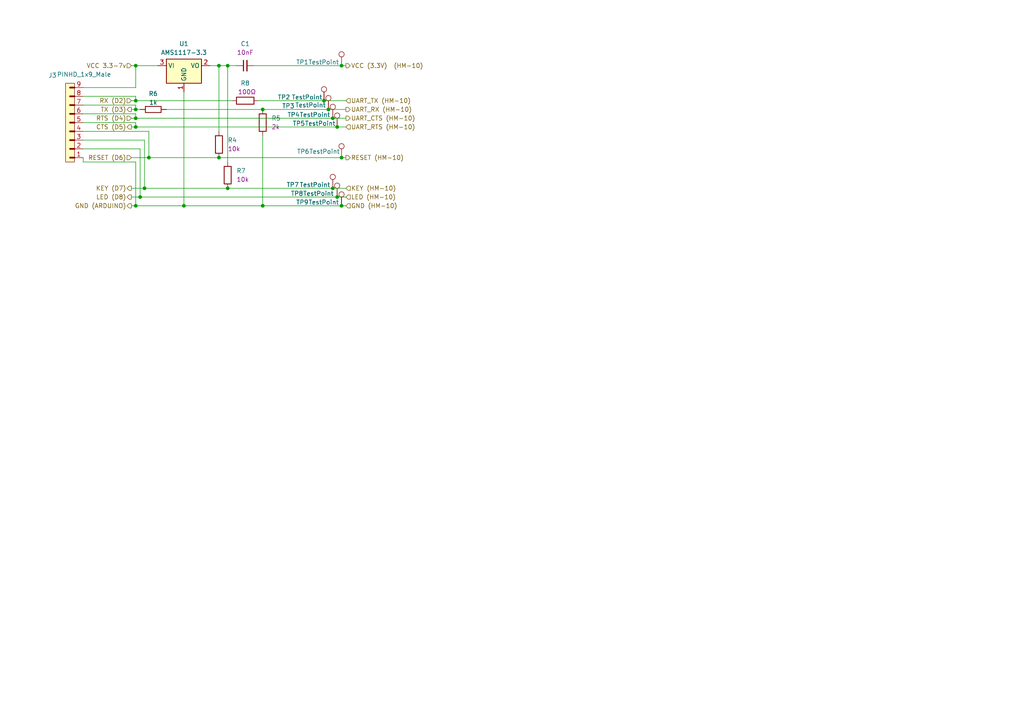
<source format=kicad_sch>
(kicad_sch (version 20250114) (generator "eeschema") (generator_version "9.0")
  (paper "A4")
  (lib_symbols
    (symbol "Connector:TestPoint" (pin_numbers (hide yes)) (pin_names (offset 0.762) (hide yes))
      (property "Reference" "TP" (at 0 6.858 0))
      (property "Value" "TestPoint" (at 0 5.08 0))
      (symbol "TestPoint_0_1"
        (circle (center 0 3.302) (radius 0.762))
      )
      (symbol "TestPoint_1_1"
        (pin passive line (at 0 0 90) (length 2.54) (name "1") (number "1"))
      )
    )
    (symbol "PCM_4ms_Capacitor:10nF_0603_25V" (pin_numbers (hide yes)) (pin_names (offset 0.254) (hide yes))
      (property "Reference" "C" (at 1.905 1.27 0))
      (property "Display" "10nF" (at 1.905 -1.27 0))
      (symbol "10nF_0603_25V_0_1"
        (polyline (pts (xy -1.524 0.508) (xy 1.524 0.508)) (stroke (width 0.3048)))
        (polyline (pts (xy -1.524 -0.508) (xy 1.524 -0.508)) (stroke (width 0.3302)))
      )
      (symbol "10nF_0603_25V_1_1"
        (pin passive line (at 0 2.54 270) (length 2.032) (name "~") (number "1"))
        (pin passive line (at 0 -2.54 90) (length 2.032) (name "~") (number "2"))
      )
    )
    (symbol "PCM_4ms_Resistor:100_0603" (pin_numbers (hide yes)) (pin_names (offset 0))
      (property "Reference" "R" (at 2.032 0 90))
      (property "Display" "100Ω" (at 3.81 0 90))
      (symbol "100_0603_0_1"
        (rectangle (start -1.016 -2.54) (end 1.016 2.54) (stroke (width 0.254)))
      )
      (symbol "100_0603_1_1"
        (pin passive line (at 0 3.81 270) (length 1.27) (name "~") (number "1"))
        (pin passive line (at 0 -3.81 90) (length 1.27) (name "~") (number "2"))
      )
    )
    (symbol "PCM_4ms_Resistor:10k_0402" (pin_numbers (hide yes)) (pin_names (offset 0))
      (property "Reference" "R" (at 2.032 0 90))
      (property "Display" "10k" (at 3.81 0 90))
      (symbol "10k_0402_0_1"
        (rectangle (start -1.016 -2.54) (end 1.016 2.54) (stroke (width 0.254)))
      )
      (symbol "10k_0402_1_1"
        (pin passive line (at 0 3.81 270) (length 1.27) (name "~") (number "1"))
        (pin passive line (at 0 -3.81 90) (length 1.27) (name "~") (number "2"))
      )
    )
    (symbol "PCM_4ms_Resistor:2k_0603" (pin_numbers (hide yes)) (pin_names (offset 0))
      (property "Reference" "R" (at 2.032 0 90))
      (property "Display" "2k" (at 3.81 0 90))
      (symbol "2k_0603_0_1"
        (rectangle (start -1.016 -2.54) (end 1.016 2.54) (stroke (width 0.254)))
      )
      (symbol "2k_0603_1_1"
        (pin passive line (at 0 3.81 270) (length 1.27) (name "~") (number "1"))
        (pin passive line (at 0 -3.81 90) (length 1.27) (name "~") (number "2"))
      )
    )
    (symbol "PCM_SL_Pin_Headers:PINHD_1x9_Male"
      (property "Reference" "J" (at 0 15.24 0))
      (property "Value" "PINHD_1x9_Male" (at 0 12.7 0))
      (symbol "PINHD_1x9_Male_0_1"
        (rectangle (start -1.27 11.43) (end 1.27 -11.43) (fill (type background)))
        (polyline (pts (xy -1.27 10.16) (xy 0 10.16)) (stroke (width 0.3)))
        (polyline (pts (xy -1.27 10.16) (xy 0 10.16)) (stroke (width 0.5)))
        (polyline (pts (xy -1.27 7.62) (xy 0 7.62)) (stroke (width 0.3)))
        (polyline (pts (xy -1.27 7.62) (xy 0 7.62)) (stroke (width 0.5)))
        (polyline (pts (xy -1.27 5.08) (xy 0 5.08)) (stroke (width 0.3)))
        (polyline (pts (xy -1.27 5.08) (xy 0 5.08)) (stroke (width 0.5)))
        (polyline (pts (xy -1.27 2.54) (xy 0 2.54)) (stroke (width 0.3)))
        (polyline (pts (xy -1.27 2.54) (xy 0 2.54)) (stroke (width 0.5)))
        (polyline (pts (xy -1.27 0) (xy 0 0)) (stroke (width 0.3)))
        (polyline (pts (xy -1.27 0) (xy 0 0)) (stroke (width 0.5)))
        (polyline (pts (xy -1.27 -2.54) (xy 0 -2.54)) (stroke (width 0.3)))
        (polyline (pts (xy -1.27 -2.54) (xy 0 -2.54)) (stroke (width 0.5)))
        (polyline (pts (xy -1.27 -5.08) (xy 0 -5.08)) (stroke (width 0.3)))
        (polyline (pts (xy -1.27 -5.08) (xy 0 -5.08)) (stroke (width 0.5)))
        (polyline (pts (xy -1.27 -7.62) (xy 0 -7.62)) (stroke (width 0.3)))
        (polyline (pts (xy -1.27 -7.62) (xy 0 -7.62)) (stroke (width 0.5)))
        (polyline (pts (xy -1.27 -10.16) (xy 0 -10.16)) (stroke (width 0.3)))
        (polyline (pts (xy -1.27 -10.16) (xy 0 -10.16)) (stroke (width 0.5)))
      )
      (symbol "PINHD_1x9_Male_1_1"
        (pin passive line (at -3.81 10.16 0) (length 2.54) (name "") (number "1"))
        (pin passive line (at -3.81 7.62 0) (length 2.54) (name "") (number "2"))
        (pin passive line (at -3.81 5.08 0) (length 2.54) (name "") (number "3"))
        (pin passive line (at -3.81 2.54 0) (length 2.54) (name "") (number "4"))
        (pin passive line (at -3.81 0 0) (length 2.54) (name "") (number "5"))
        (pin passive line (at -3.81 -2.54 0) (length 2.54) (name "") (number "6"))
        (pin passive line (at -3.81 -5.08 0) (length 2.54) (name "") (number "7"))
        (pin passive line (at -3.81 -7.62 0) (length 2.54) (name "") (number "8"))
        (pin passive line (at -3.81 -10.16 0) (length 2.54) (name "") (number "9"))
      )
    )
    (symbol "PCM_SL_Resistors:1k"
      (property "Reference" "R" (at 0 5.08 0))
      (property "Value" "1k" (at 0 2.54 0))
      (symbol "1k_0_1"
        (rectangle (start -2.286 0.889) (end 2.286 -0.889) (stroke (width 0.24)))
      )
      (symbol "1k_1_1"
        (pin passive line (at -3.81 0 0) (length 1.5) (name "") (number "1"))
        (pin passive line (at 3.81 0 180) (length 1.5) (name "~") (number "2"))
      )
    )
    (symbol "Regulator_Linear:AMS1117-3.3"
      (property "Reference" "U" (at -3.81 3.175 0))
      (property "Value" "AMS1117-3.3" (at 0 3.175 0))
      (symbol "AMS1117-3.3_0_1"
        (rectangle (start -5.08 -5.08) (end 5.08 1.905) (stroke (width 0.254)) (fill (type background)))
      )
      (symbol "AMS1117-3.3_1_1"
        (pin power_in line (at -7.62 0 0) (length 2.54) (name "VI") (number "3"))
        (pin power_in line (at 0 -7.62 90) (length 2.54) (name "GND") (number "1"))
        (pin power_out line (at 7.62 0 180) (length 2.54) (name "VO") (number "2"))
      )
    )
  )
  (junction (at 63.5 45.72))
  (junction (at 99.06 59.69))
  (junction (at 97.79 36.83))
  (junction (at 95.25 31.75))
  (junction (at 99.06 19.05))
  (junction (at 39.37 34.29))
  (junction (at 93.98 29.21))
  (junction (at 96.52 54.61))
  (junction (at 97.79 57.15))
  (junction (at 99.06 45.72))
  (junction (at 43.18 45.72))
  (junction (at 39.37 31.75))
  (junction (at 39.37 36.83))
  (junction (at 39.37 59.69))
  (junction (at 96.52 34.29))
  (junction (at 76.2 59.69))
  (junction (at 39.37 19.05))
  (junction (at 76.2 31.75))
  (junction (at 53.34 59.69))
  (junction (at 66.04 54.61))
  (junction (at 66.04 19.05))
  (junction (at 40.64 57.15))
  (junction (at 41.91 54.61))
  (junction (at 63.5 19.05))
  (junction (at 39.37 29.21))
  (wire (pts (xy 74.93 29.21) (xy 93.98 29.21)))
  (wire (pts (xy 97.79 36.83) (xy 100.33 36.83)))
  (wire (pts (xy 100.33 45.72) (xy 99.06 45.72)))
  (wire (pts (xy 38.1 29.21) (xy 39.37 29.21)))
  (wire (pts (xy 39.37 29.21) (xy 67.31 29.21)))
  (wire (pts (xy 96.52 34.29) (xy 100.33 34.29)))
  (wire (pts (xy 38.1 34.29) (xy 39.37 34.29)))
  (wire (pts (xy 24.13 45.72) (xy 24.13 46.99)))
  (wire (pts (xy 39.37 46.99) (xy 39.37 59.69)))
  (wire (pts (xy 38.1 31.75) (xy 39.37 31.75)))
  (wire (pts (xy 24.13 33.02) (xy 39.37 33.02)))
  (wire (pts (xy 39.37 19.05) (xy 45.72 19.05)))
  (wire (pts (xy 24.13 27.94) (xy 39.37 27.94)))
  (wire (pts (xy 39.37 27.94) (xy 39.37 29.21)))
  (wire (pts (xy 63.5 19.05) (xy 63.5 38.1)))
  (wire (pts (xy 39.37 30.48) (xy 39.37 31.75)))
  (wire (pts (xy 63.5 45.72) (xy 43.18 45.72)))
  (wire (pts (xy 38.1 45.72) (xy 43.18 45.72)))
  (wire (pts (xy 43.18 38.1) (xy 43.18 45.72)))
  (wire (pts (xy 40.64 43.18) (xy 40.64 57.15)))
  (wire (pts (xy 66.04 54.61) (xy 96.52 54.61)))
  (wire (pts (xy 24.13 43.18) (xy 40.64 43.18)))
  (wire (pts (xy 38.1 36.83) (xy 39.37 36.83)))
  (wire (pts (xy 38.1 57.15) (xy 40.64 57.15)))
  (wire (pts (xy 76.2 39.37) (xy 76.2 59.69)))
  (wire (pts (xy 38.1 54.61) (xy 41.91 54.61)))
  (wire (pts (xy 66.04 19.05) (xy 66.04 46.99)))
  (wire (pts (xy 48.26 31.75) (xy 76.2 31.75)))
  (wire (pts (xy 39.37 35.56) (xy 39.37 36.83)))
  (wire (pts (xy 24.13 38.1) (xy 43.18 38.1)))
  (wire (pts (xy 95.25 31.75) (xy 100.33 31.75)))
  (wire (pts (xy 40.64 57.15) (xy 97.79 57.15)))
  (wire (pts (xy 24.13 30.48) (xy 39.37 30.48)))
  (wire (pts (xy 66.04 19.05) (xy 68.58 19.05)))
  (wire (pts (xy 24.13 40.64) (xy 41.91 40.64)))
  (wire (pts (xy 76.2 59.69) (xy 99.06 59.69)))
  (wire (pts (xy 93.98 29.21) (xy 100.33 29.21)))
  (wire (pts (xy 41.91 54.61) (xy 66.04 54.61)))
  (wire (pts (xy 73.66 19.05) (xy 99.06 19.05)))
  (wire (pts (xy 63.5 19.05) (xy 66.04 19.05)))
  (wire (pts (xy 99.06 59.69) (xy 100.33 59.69)))
  (wire (pts (xy 53.34 26.67) (xy 53.34 59.69)))
  (wire (pts (xy 60.96 19.05) (xy 63.5 19.05)))
  (wire (pts (xy 76.2 31.75) (xy 95.25 31.75)))
  (wire (pts (xy 39.37 19.05) (xy 39.37 25.4)))
  (wire (pts (xy 39.37 34.29) (xy 96.52 34.29)))
  (wire (pts (xy 97.79 57.15) (xy 100.33 57.15)))
  (wire (pts (xy 39.37 59.69) (xy 53.34 59.69)))
  (wire (pts (xy 39.37 31.75) (xy 40.64 31.75)))
  (wire (pts (xy 38.1 59.69) (xy 39.37 59.69)))
  (wire (pts (xy 24.13 46.99) (xy 39.37 46.99)))
  (wire (pts (xy 24.13 25.4) (xy 39.37 25.4)))
  (wire (pts (xy 99.06 19.05) (xy 100.33 19.05)))
  (wire (pts (xy 63.5 45.72) (xy 99.06 45.72)))
  (wire (pts (xy 96.52 54.61) (xy 100.33 54.61)))
  (wire (pts (xy 38.1 19.05) (xy 39.37 19.05)))
  (wire (pts (xy 53.34 59.69) (xy 76.2 59.69)))
  (wire (pts (xy 41.91 40.64) (xy 41.91 54.61)))
  (wire (pts (xy 39.37 33.02) (xy 39.37 34.29)))
  (wire (pts (xy 24.13 35.56) (xy 39.37 35.56)))
  (wire (pts (xy 39.37 36.83) (xy 97.79 36.83)))
  (hierarchical_label "GND (HM-10)" (shape input) (at 100.33 59.69 0))
  (hierarchical_label "UART_RX (HM-10)" (shape output) (at 100.33 31.75 0))
  (hierarchical_label "RX (D2)" (shape input) (at 38.1 29.21 180))
  (hierarchical_label "LED (HM-10)" (shape input) (at 100.33 57.15 0))
  (hierarchical_label "VCC (3.3V)  (HM-10)" (shape output) (at 100.33 19.05 0))
  (hierarchical_label "KEY (HM-10)" (shape input) (at 100.33 54.61 0))
  (hierarchical_label "RESET (HM-10)" (shape output) (at 100.33 45.72 0))
  (hierarchical_label "UART_CTS (HM-10)" (shape output) (at 100.33 34.29 0))
  (hierarchical_label "GND (ARDUINO)" (shape output) (at 38.1 59.69 180))
  (hierarchical_label "LED (D8)" (shape output) (at 38.1 57.15 180))
  (hierarchical_label "KEY (D7)" (shape output) (at 38.1 54.61 180))
  (hierarchical_label "TX (D3)" (shape output) (at 38.1 31.75 180))
  (hierarchical_label "RESET (D6)" (shape input) (at 38.1 45.72 180))
  (hierarchical_label "RTS (D4)" (shape input) (at 38.1 34.29 180))
  (hierarchical_label "UART_RTS (HM-10)" (shape input) (at 100.33 36.83 0))
  (hierarchical_label "CTS (D5)" (shape output) (at 38.1 36.83 180))
  (hierarchical_label "VCC 3.3-7v" (shape input) (at 38.1 19.05 180))
  (hierarchical_label "UART_TX (HM-10)" (shape input) (at 100.33 29.21 0))
  (symbol (lib_id "PCM_4ms_Resistor:100_0603") (at 71.12 29.21 90) (unit 1)
    (property "Reference" "R8" (at 71.12 24.13 90))
    (property "Value" "100_0603" (effects (hide yes)))
    (property "Footprint" "Misc:R_0201_0603Metric_Pad0.64x0.40mm_HandSolder" (effects (hide yes)))
    (property "Description" "100Ω, 1%, 1/10W, 0603" (effects (hide yes)))
    (property "Specifications" "100Ω, 1%, 1/10W, 0603" (effects (hide yes)))
    (property "Manufacturer" "Yageo" (effects (hide yes)))
    (property "Part Number" "RC0603FR-07100RL" (effects (hide yes)))
    (property "Display" "100Ω" (at 71.628 26.67 90))
    (property "JLCPCB ID" "C22775" (effects (hide yes)))
  )
  (symbol (lib_id "PCM_4ms_Resistor:10k_0402") (at 63.5 41.91 180) (unit 1)
    (property "Reference" "R4" (at 66.04 40.6399 0) (effects (justify right)))
    (property "Value" "10k_0402" (effects (hide yes)))
    (property "Footprint" "Resistor_SMD:R_0402_1005Metric" (effects (hide yes)))
    (property "Description" "10k, 1%, 1/16W, 0603" (effects (hide yes)))
    (property "Specifications" "10k, 1%, 1/10W, 0402" (effects (hide yes)))
    (property "Manufacturer" "Yageo" (effects (hide yes)))
    (property "Part Number" "RT0402FRE0710KL" (effects (hide yes)))
    (property "Display" "10k" (at 66.04 43.1799 0) (effects (justify right)))
    (property "Manufacturer 2" "Yageo" (effects (hide yes)))
    (property "Part Number 2" "RT0402DRE0710KL" (effects (hide yes)))
  )
  (symbol (lib_id "Connector:TestPoint") (at 99.06 59.69 0) (unit 1)
    (property "Reference" "TP9" (at 85.852 58.674 0) (effects (justify left)))
    (property "Value" "TestPoint" (at 89.408 58.674 0) (effects (justify left)))
    (property "Footprint" "Misc:TestPoint_Pad_D1.0mm" (effects (hide yes)))
    (property "Description" "test point" (effects (hide yes)))
  )
  (symbol (lib_id "PCM_4ms_Resistor:10k_0402") (at 66.04 50.8 180) (unit 1)
    (property "Reference" "R7" (at 68.58 49.5299 0) (effects (justify right)))
    (property "Value" "10k_0402" (effects (hide yes)))
    (property "Footprint" "Resistor_SMD:R_0402_1005Metric" (effects (hide yes)))
    (property "Description" "10k, 1%, 1/16W, 0603" (effects (hide yes)))
    (property "Specifications" "10k, 1%, 1/10W, 0402" (effects (hide yes)))
    (property "Manufacturer" "Yageo" (effects (hide yes)))
    (property "Part Number" "RT0402FRE0710KL" (effects (hide yes)))
    (property "Display" "10k" (at 68.58 52.0699 0) (effects (justify right)))
    (property "Manufacturer 2" "Yageo" (effects (hide yes)))
    (property "Part Number 2" "RT0402DRE0710KL" (effects (hide yes)))
  )
  (symbol (lib_id "Connector:TestPoint") (at 99.06 19.05 0) (unit 1)
    (property "Reference" "TP1" (at 85.852 18.034 0) (effects (justify left)))
    (property "Value" "TestPoint" (at 89.408 18.034 0) (effects (justify left)))
    (property "Footprint" "Misc:TestPoint_Pad_D1.0mm" (effects (hide yes)))
    (property "Description" "test point" (effects (hide yes)))
  )
  (symbol (lib_id "PCM_SL_Pin_Headers:PINHD_1x9_Male") (at 20.32 35.56 180) (unit 1)
    (property "Reference" "J3" (at 15.24 21.844 0))
    (property "Value" "PINHD_1x9_Male" (at 24.384 21.59 0))
    (property "Footprint" "Connector_PinHeader_2.54mm:PinHeader_1x09_P2.54mm_Vertical" (effects (hide yes)))
    (property "Description" "Pin Header male with pin space 2.54mm. Pin Count -9" (effects (hide yes)))
  )
  (symbol (lib_id "Connector:TestPoint") (at 97.79 36.83 0) (unit 1)
    (property "Reference" "TP5" (at 84.836 35.814 0) (effects (justify left)))
    (property "Value" "TestPoint" (at 88.392 35.814 0) (effects (justify left)))
    (property "Footprint" "Misc:TestPoint_Pad_D1.0mm" (effects (hide yes)))
    (property "Description" "test point" (effects (hide yes)))
  )
  (symbol (lib_id "Connector:TestPoint") (at 93.98 29.21 0) (unit 1)
    (property "Reference" "TP2" (at 80.518 28.194 0) (effects (justify left)))
    (property "Value" "TestPoint" (at 84.582 28.194 0) (effects (justify left)))
    (property "Footprint" "Misc:TestPoint_Pad_D1.0mm" (effects (hide yes)))
    (property "Description" "test point" (effects (hide yes)))
  )
  (symbol (lib_id "Connector:TestPoint") (at 95.25 31.75 0) (unit 1)
    (property "Reference" "TP3" (at 81.788 30.734 0) (effects (justify left)))
    (property "Value" "TestPoint" (at 85.598 30.48 0) (effects (justify left)))
    (property "Footprint" "Misc:TestPoint_Pad_D1.0mm" (effects (hide yes)))
    (property "Description" "test point" (effects (hide yes)))
  )
  (symbol (lib_id "Connector:TestPoint") (at 99.06 45.72 0) (unit 1)
    (property "Reference" "TP6" (at 86.106 43.942 0) (effects (justify left)))
    (property "Value" "TestPoint" (at 89.662 43.942 0) (effects (justify left)))
    (property "Footprint" "Misc:TestPoint_Pad_D1.0mm" (effects (hide yes)))
    (property "Description" "test point" (effects (hide yes)))
  )
  (symbol (lib_id "Connector:TestPoint") (at 96.52 34.29 0) (unit 1)
    (property "Reference" "TP4" (at 83.312 33.274 0) (effects (justify left)))
    (property "Value" "TestPoint" (at 86.868 33.274 0) (effects (justify left)))
    (property "Footprint" "Misc:TestPoint_Pad_D1.0mm" (effects (hide yes)))
    (property "Description" "test point" (effects (hide yes)))
  )
  (symbol (lib_id "PCM_4ms_Resistor:2k_0603") (at 76.2 35.56 0) (unit 1)
    (property "Reference" "R5" (at 78.74 34.2899 0) (effects (justify left)))
    (property "Value" "2k_0603" (effects (hide yes)))
    (property "Footprint" "Misc:R_0201_0603Metric_Pad0.64x0.40mm_HandSolder" (effects (hide yes)))
    (property "Description" "2K, 1%, 1/10W, 0603" (effects (hide yes)))
    (property "Specifications" "2K, 1%, 1/10W, 0603" (effects (hide yes)))
    (property "Manufacturer" "Yageo" (effects (hide yes)))
    (property "Part Number" "RC0603FR-072KL" (effects (hide yes)))
    (property "Display" "2k" (at 78.74 36.8299 0) (effects (justify left)))
    (property "JLCPCB ID" "C22975" (effects (hide yes)))
  )
  (symbol (lib_id "Regulator_Linear:AMS1117-3.3") (at 53.34 19.05 0) (unit 1)
    (property "Reference" "U1" (at 53.34 12.7 0))
    (property "Value" "AMS1117-3.3" (at 53.34 15.24 0))
    (property "Footprint" "Package_TO_SOT_SMD:SOT-223-3_TabPin2" (effects (hide yes)))
    (property "Datasheet" "http://www.advanced-monolithic.com/pdf/ds1117.pdf" (effects (hide yes)))
    (property "Description" "1A Low Dropout regulator, positive, 3.3V fixed output, SOT-223" (effects (hide yes)))
  )
  (symbol (lib_id "Connector:TestPoint") (at 96.52 54.61 0) (unit 1)
    (property "Reference" "TP7" (at 83.058 53.5939 0) (effects (justify left)))
    (property "Value" "TestPoint" (at 86.868 53.594 0) (effects (justify left)))
    (property "Footprint" "Misc:TestPoint_Pad_D1.0mm" (effects (hide yes)))
    (property "Description" "test point" (effects (hide yes)))
  )
  (symbol (lib_id "PCM_SL_Resistors:1k") (at 44.45 31.75 0) (unit 1)
    (property "Reference" "R6" (at 44.45 27.178 0))
    (property "Value" "1k" (at 44.45 29.718 0))
    (property "Footprint" "Resistor_THT:R_Axial_DIN0207_L6.3mm_D2.5mm_P10.16mm_Horizontal" (effects (hide yes)))
    (property "Description" "1kΩ, 1/4W Resistor" (effects (hide yes)))
  )
  (symbol (lib_id "PCM_4ms_Capacitor:10nF_0603_25V") (at 71.12 19.05 90) (unit 1)
    (property "Reference" "C1" (at 71.1263 12.7 90))
    (property "Value" "10nF_0603_25V" (effects (hide yes)))
    (property "Footprint" "Capacitor_SMD:C_0201_0603Metric_Pad0.64x0.40mm_HandSolder" (effects (hide yes)))
    (property "Description" "10nF, Min 25V, 10%, X7R or similar" (effects (hide yes)))
    (property "Specifications" "10nF, Min 25V, 10%, X7R or similar" (effects (hide yes)))
    (property "Manufacturer" "AVX Corporation" (effects (hide yes)))
    (property "Part Number" "06035C103KAT2A" (effects (hide yes)))
    (property "Display" "10nF" (at 71.1263 15.24 90))
    (property "JLCPCB ID" "C57112" (effects (hide yes)))
  )
  (symbol (lib_id "Connector:TestPoint") (at 97.79 57.15 0) (unit 1)
    (property "Reference" "TP8" (at 84.328 56.134 0) (effects (justify left)))
    (property "Value" "TestPoint" (at 87.884 56.134 0) (effects (justify left)))
    (property "Footprint" "Misc:TestPoint_Pad_D1.0mm" (effects (hide yes)))
    (property "Description" "test point" (effects (hide yes)))
  )
)
</source>
